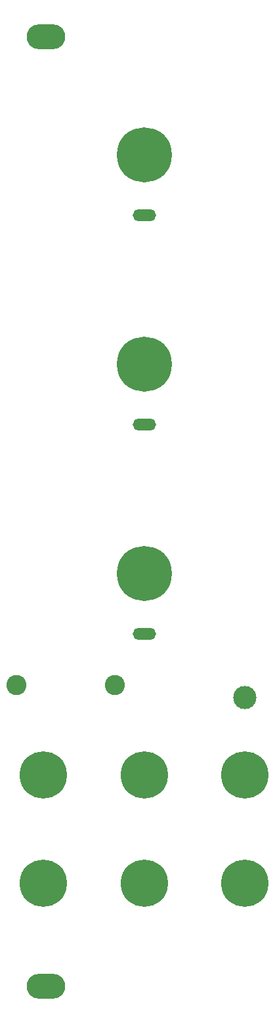
<source format=gbr>
G04 #@! TF.GenerationSoftware,KiCad,Pcbnew,(5.1.10)-1*
G04 #@! TF.CreationDate,2021-09-16T11:51:43-07:00*
G04 #@! TF.ProjectId,vco_panel,76636f5f-7061-46e6-956c-2e6b69636164,rev?*
G04 #@! TF.SameCoordinates,Original*
G04 #@! TF.FileFunction,Soldermask,Top*
G04 #@! TF.FilePolarity,Negative*
%FSLAX46Y46*%
G04 Gerber Fmt 4.6, Leading zero omitted, Abs format (unit mm)*
G04 Created by KiCad (PCBNEW (5.1.10)-1) date 2021-09-16 11:51:43*
%MOMM*%
%LPD*%
G01*
G04 APERTURE LIST*
%ADD10C,6.100000*%
%ADD11O,5.000000X3.200000*%
%ADD12C,7.100000*%
%ADD13O,3.000000X1.500000*%
%ADD14C,2.600000*%
%ADD15C,3.000000*%
G04 APERTURE END LIST*
D10*
X19000000Y7000000D03*
X6000000Y7000000D03*
X32000000Y7000000D03*
X6000000Y21000000D03*
X19000000Y21000000D03*
X32000000Y21000000D03*
D11*
X6350000Y-6250000D03*
X6350000Y116250000D03*
D12*
X19000000Y47000000D03*
D13*
X19000000Y39200000D03*
D12*
X19000000Y74000000D03*
D13*
X19000000Y66200000D03*
D12*
X19000000Y101000000D03*
D13*
X19000000Y93200000D03*
D14*
X2545000Y32640000D03*
X15255000Y32640000D03*
D15*
X32000000Y31000000D03*
M02*

</source>
